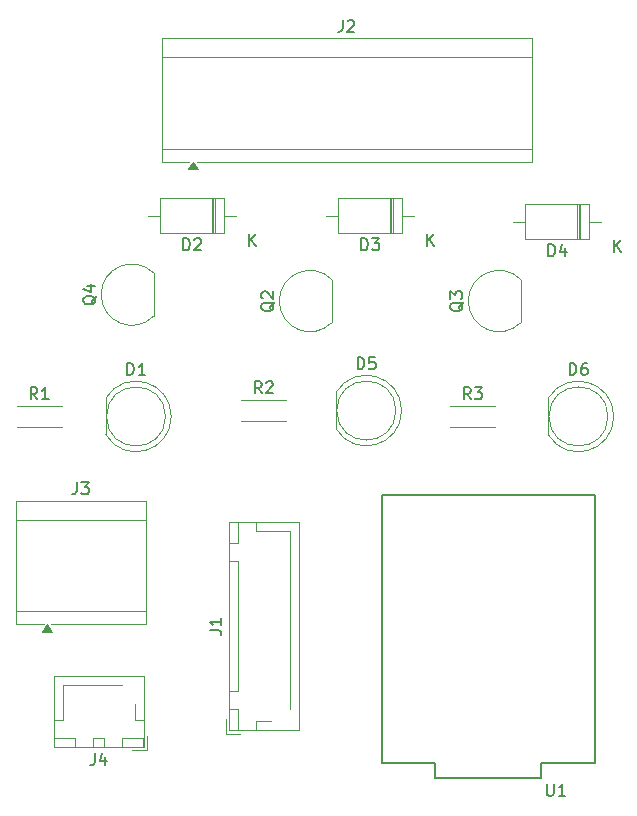
<source format=gbr>
%TF.GenerationSoftware,KiCad,Pcbnew,9.0.1-9.0.1-0~ubuntu24.04.1*%
%TF.CreationDate,2025-04-02T18:15:36+02:00*%
%TF.ProjectId,starter,73746172-7465-4722-9e6b-696361645f70,rev?*%
%TF.SameCoordinates,Original*%
%TF.FileFunction,Legend,Top*%
%TF.FilePolarity,Positive*%
%FSLAX46Y46*%
G04 Gerber Fmt 4.6, Leading zero omitted, Abs format (unit mm)*
G04 Created by KiCad (PCBNEW 9.0.1-9.0.1-0~ubuntu24.04.1) date 2025-04-02 18:15:36*
%MOMM*%
%LPD*%
G01*
G04 APERTURE LIST*
%ADD10C,0.150000*%
%ADD11C,0.120000*%
%ADD12C,0.127000*%
G04 APERTURE END LIST*
D10*
X93350057Y-74095238D02*
X93302438Y-74190476D01*
X93302438Y-74190476D02*
X93207200Y-74285714D01*
X93207200Y-74285714D02*
X93064342Y-74428571D01*
X93064342Y-74428571D02*
X93016723Y-74523809D01*
X93016723Y-74523809D02*
X93016723Y-74619047D01*
X93254819Y-74571428D02*
X93207200Y-74666666D01*
X93207200Y-74666666D02*
X93111961Y-74761904D01*
X93111961Y-74761904D02*
X92921485Y-74809523D01*
X92921485Y-74809523D02*
X92588152Y-74809523D01*
X92588152Y-74809523D02*
X92397676Y-74761904D01*
X92397676Y-74761904D02*
X92302438Y-74666666D01*
X92302438Y-74666666D02*
X92254819Y-74571428D01*
X92254819Y-74571428D02*
X92254819Y-74380952D01*
X92254819Y-74380952D02*
X92302438Y-74285714D01*
X92302438Y-74285714D02*
X92397676Y-74190476D01*
X92397676Y-74190476D02*
X92588152Y-74142857D01*
X92588152Y-74142857D02*
X92921485Y-74142857D01*
X92921485Y-74142857D02*
X93111961Y-74190476D01*
X93111961Y-74190476D02*
X93207200Y-74285714D01*
X93207200Y-74285714D02*
X93254819Y-74380952D01*
X93254819Y-74380952D02*
X93254819Y-74571428D01*
X92588152Y-73285714D02*
X93254819Y-73285714D01*
X92207200Y-73523809D02*
X92921485Y-73761904D01*
X92921485Y-73761904D02*
X92921485Y-73142857D01*
X102944819Y-102399583D02*
X103659104Y-102399583D01*
X103659104Y-102399583D02*
X103801961Y-102447202D01*
X103801961Y-102447202D02*
X103897200Y-102542440D01*
X103897200Y-102542440D02*
X103944819Y-102685297D01*
X103944819Y-102685297D02*
X103944819Y-102780535D01*
X103944819Y-101399583D02*
X103944819Y-101971011D01*
X103944819Y-101685297D02*
X102944819Y-101685297D01*
X102944819Y-101685297D02*
X103087676Y-101780535D01*
X103087676Y-101780535D02*
X103182914Y-101875773D01*
X103182914Y-101875773D02*
X103230533Y-101971011D01*
X95971905Y-80811069D02*
X95971905Y-79811069D01*
X95971905Y-79811069D02*
X96210000Y-79811069D01*
X96210000Y-79811069D02*
X96352857Y-79858688D01*
X96352857Y-79858688D02*
X96448095Y-79953926D01*
X96448095Y-79953926D02*
X96495714Y-80049164D01*
X96495714Y-80049164D02*
X96543333Y-80239640D01*
X96543333Y-80239640D02*
X96543333Y-80382497D01*
X96543333Y-80382497D02*
X96495714Y-80572973D01*
X96495714Y-80572973D02*
X96448095Y-80668211D01*
X96448095Y-80668211D02*
X96352857Y-80763450D01*
X96352857Y-80763450D02*
X96210000Y-80811069D01*
X96210000Y-80811069D02*
X95971905Y-80811069D01*
X97495714Y-80811069D02*
X96924286Y-80811069D01*
X97210000Y-80811069D02*
X97210000Y-79811069D01*
X97210000Y-79811069D02*
X97114762Y-79953926D01*
X97114762Y-79953926D02*
X97019524Y-80049164D01*
X97019524Y-80049164D02*
X96924286Y-80096783D01*
X131493095Y-115423569D02*
X131493095Y-116233092D01*
X131493095Y-116233092D02*
X131540714Y-116328330D01*
X131540714Y-116328330D02*
X131588333Y-116375950D01*
X131588333Y-116375950D02*
X131683571Y-116423569D01*
X131683571Y-116423569D02*
X131874047Y-116423569D01*
X131874047Y-116423569D02*
X131969285Y-116375950D01*
X131969285Y-116375950D02*
X132016904Y-116328330D01*
X132016904Y-116328330D02*
X132064523Y-116233092D01*
X132064523Y-116233092D02*
X132064523Y-115423569D01*
X133064523Y-116423569D02*
X132493095Y-116423569D01*
X132778809Y-116423569D02*
X132778809Y-115423569D01*
X132778809Y-115423569D02*
X132683571Y-115566426D01*
X132683571Y-115566426D02*
X132588333Y-115661664D01*
X132588333Y-115661664D02*
X132493095Y-115709283D01*
X115471905Y-80311069D02*
X115471905Y-79311069D01*
X115471905Y-79311069D02*
X115710000Y-79311069D01*
X115710000Y-79311069D02*
X115852857Y-79358688D01*
X115852857Y-79358688D02*
X115948095Y-79453926D01*
X115948095Y-79453926D02*
X115995714Y-79549164D01*
X115995714Y-79549164D02*
X116043333Y-79739640D01*
X116043333Y-79739640D02*
X116043333Y-79882497D01*
X116043333Y-79882497D02*
X115995714Y-80072973D01*
X115995714Y-80072973D02*
X115948095Y-80168211D01*
X115948095Y-80168211D02*
X115852857Y-80263450D01*
X115852857Y-80263450D02*
X115710000Y-80311069D01*
X115710000Y-80311069D02*
X115471905Y-80311069D01*
X116948095Y-79311069D02*
X116471905Y-79311069D01*
X116471905Y-79311069D02*
X116424286Y-79787259D01*
X116424286Y-79787259D02*
X116471905Y-79739640D01*
X116471905Y-79739640D02*
X116567143Y-79692021D01*
X116567143Y-79692021D02*
X116805238Y-79692021D01*
X116805238Y-79692021D02*
X116900476Y-79739640D01*
X116900476Y-79739640D02*
X116948095Y-79787259D01*
X116948095Y-79787259D02*
X116995714Y-79882497D01*
X116995714Y-79882497D02*
X116995714Y-80120592D01*
X116995714Y-80120592D02*
X116948095Y-80215830D01*
X116948095Y-80215830D02*
X116900476Y-80263450D01*
X116900476Y-80263450D02*
X116805238Y-80311069D01*
X116805238Y-80311069D02*
X116567143Y-80311069D01*
X116567143Y-80311069D02*
X116471905Y-80263450D01*
X116471905Y-80263450D02*
X116424286Y-80215830D01*
X93206666Y-112846069D02*
X93206666Y-113560354D01*
X93206666Y-113560354D02*
X93159047Y-113703211D01*
X93159047Y-113703211D02*
X93063809Y-113798450D01*
X93063809Y-113798450D02*
X92920952Y-113846069D01*
X92920952Y-113846069D02*
X92825714Y-113846069D01*
X94111428Y-113179402D02*
X94111428Y-113846069D01*
X93873333Y-112798450D02*
X93635238Y-113512735D01*
X93635238Y-113512735D02*
X94254285Y-113512735D01*
X88353333Y-82851069D02*
X88020000Y-82374878D01*
X87781905Y-82851069D02*
X87781905Y-81851069D01*
X87781905Y-81851069D02*
X88162857Y-81851069D01*
X88162857Y-81851069D02*
X88258095Y-81898688D01*
X88258095Y-81898688D02*
X88305714Y-81946307D01*
X88305714Y-81946307D02*
X88353333Y-82041545D01*
X88353333Y-82041545D02*
X88353333Y-82184402D01*
X88353333Y-82184402D02*
X88305714Y-82279640D01*
X88305714Y-82279640D02*
X88258095Y-82327259D01*
X88258095Y-82327259D02*
X88162857Y-82374878D01*
X88162857Y-82374878D02*
X87781905Y-82374878D01*
X89305714Y-82851069D02*
X88734286Y-82851069D01*
X89020000Y-82851069D02*
X89020000Y-81851069D01*
X89020000Y-81851069D02*
X88924762Y-81993926D01*
X88924762Y-81993926D02*
X88829524Y-82089164D01*
X88829524Y-82089164D02*
X88734286Y-82136783D01*
X115781905Y-70241069D02*
X115781905Y-69241069D01*
X115781905Y-69241069D02*
X116020000Y-69241069D01*
X116020000Y-69241069D02*
X116162857Y-69288688D01*
X116162857Y-69288688D02*
X116258095Y-69383926D01*
X116258095Y-69383926D02*
X116305714Y-69479164D01*
X116305714Y-69479164D02*
X116353333Y-69669640D01*
X116353333Y-69669640D02*
X116353333Y-69812497D01*
X116353333Y-69812497D02*
X116305714Y-70002973D01*
X116305714Y-70002973D02*
X116258095Y-70098211D01*
X116258095Y-70098211D02*
X116162857Y-70193450D01*
X116162857Y-70193450D02*
X116020000Y-70241069D01*
X116020000Y-70241069D02*
X115781905Y-70241069D01*
X116686667Y-69241069D02*
X117305714Y-69241069D01*
X117305714Y-69241069D02*
X116972381Y-69622021D01*
X116972381Y-69622021D02*
X117115238Y-69622021D01*
X117115238Y-69622021D02*
X117210476Y-69669640D01*
X117210476Y-69669640D02*
X117258095Y-69717259D01*
X117258095Y-69717259D02*
X117305714Y-69812497D01*
X117305714Y-69812497D02*
X117305714Y-70050592D01*
X117305714Y-70050592D02*
X117258095Y-70145830D01*
X117258095Y-70145830D02*
X117210476Y-70193450D01*
X117210476Y-70193450D02*
X117115238Y-70241069D01*
X117115238Y-70241069D02*
X116829524Y-70241069D01*
X116829524Y-70241069D02*
X116734286Y-70193450D01*
X116734286Y-70193450D02*
X116686667Y-70145830D01*
X121338095Y-69871069D02*
X121338095Y-68871069D01*
X121909523Y-69871069D02*
X121480952Y-69299640D01*
X121909523Y-68871069D02*
X121338095Y-69442497D01*
X114206666Y-50751069D02*
X114206666Y-51465354D01*
X114206666Y-51465354D02*
X114159047Y-51608211D01*
X114159047Y-51608211D02*
X114063809Y-51703450D01*
X114063809Y-51703450D02*
X113920952Y-51751069D01*
X113920952Y-51751069D02*
X113825714Y-51751069D01*
X114635238Y-50846307D02*
X114682857Y-50798688D01*
X114682857Y-50798688D02*
X114778095Y-50751069D01*
X114778095Y-50751069D02*
X115016190Y-50751069D01*
X115016190Y-50751069D02*
X115111428Y-50798688D01*
X115111428Y-50798688D02*
X115159047Y-50846307D01*
X115159047Y-50846307D02*
X115206666Y-50941545D01*
X115206666Y-50941545D02*
X115206666Y-51036783D01*
X115206666Y-51036783D02*
X115159047Y-51179640D01*
X115159047Y-51179640D02*
X114587619Y-51751069D01*
X114587619Y-51751069D02*
X115206666Y-51751069D01*
X124430057Y-74641488D02*
X124382438Y-74736726D01*
X124382438Y-74736726D02*
X124287200Y-74831964D01*
X124287200Y-74831964D02*
X124144342Y-74974821D01*
X124144342Y-74974821D02*
X124096723Y-75070059D01*
X124096723Y-75070059D02*
X124096723Y-75165297D01*
X124334819Y-75117678D02*
X124287200Y-75212916D01*
X124287200Y-75212916D02*
X124191961Y-75308154D01*
X124191961Y-75308154D02*
X124001485Y-75355773D01*
X124001485Y-75355773D02*
X123668152Y-75355773D01*
X123668152Y-75355773D02*
X123477676Y-75308154D01*
X123477676Y-75308154D02*
X123382438Y-75212916D01*
X123382438Y-75212916D02*
X123334819Y-75117678D01*
X123334819Y-75117678D02*
X123334819Y-74927202D01*
X123334819Y-74927202D02*
X123382438Y-74831964D01*
X123382438Y-74831964D02*
X123477676Y-74736726D01*
X123477676Y-74736726D02*
X123668152Y-74689107D01*
X123668152Y-74689107D02*
X124001485Y-74689107D01*
X124001485Y-74689107D02*
X124191961Y-74736726D01*
X124191961Y-74736726D02*
X124287200Y-74831964D01*
X124287200Y-74831964D02*
X124334819Y-74927202D01*
X124334819Y-74927202D02*
X124334819Y-75117678D01*
X123334819Y-74355773D02*
X123334819Y-73736726D01*
X123334819Y-73736726D02*
X123715771Y-74070059D01*
X123715771Y-74070059D02*
X123715771Y-73927202D01*
X123715771Y-73927202D02*
X123763390Y-73831964D01*
X123763390Y-73831964D02*
X123811009Y-73784345D01*
X123811009Y-73784345D02*
X123906247Y-73736726D01*
X123906247Y-73736726D02*
X124144342Y-73736726D01*
X124144342Y-73736726D02*
X124239580Y-73784345D01*
X124239580Y-73784345D02*
X124287200Y-73831964D01*
X124287200Y-73831964D02*
X124334819Y-73927202D01*
X124334819Y-73927202D02*
X124334819Y-74212916D01*
X124334819Y-74212916D02*
X124287200Y-74308154D01*
X124287200Y-74308154D02*
X124239580Y-74355773D01*
X131621905Y-70741069D02*
X131621905Y-69741069D01*
X131621905Y-69741069D02*
X131860000Y-69741069D01*
X131860000Y-69741069D02*
X132002857Y-69788688D01*
X132002857Y-69788688D02*
X132098095Y-69883926D01*
X132098095Y-69883926D02*
X132145714Y-69979164D01*
X132145714Y-69979164D02*
X132193333Y-70169640D01*
X132193333Y-70169640D02*
X132193333Y-70312497D01*
X132193333Y-70312497D02*
X132145714Y-70502973D01*
X132145714Y-70502973D02*
X132098095Y-70598211D01*
X132098095Y-70598211D02*
X132002857Y-70693450D01*
X132002857Y-70693450D02*
X131860000Y-70741069D01*
X131860000Y-70741069D02*
X131621905Y-70741069D01*
X133050476Y-70074402D02*
X133050476Y-70741069D01*
X132812381Y-69693450D02*
X132574286Y-70407735D01*
X132574286Y-70407735D02*
X133193333Y-70407735D01*
X137178095Y-70371069D02*
X137178095Y-69371069D01*
X137749523Y-70371069D02*
X137320952Y-69799640D01*
X137749523Y-69371069D02*
X137178095Y-69942497D01*
X125048333Y-82851069D02*
X124715000Y-82374878D01*
X124476905Y-82851069D02*
X124476905Y-81851069D01*
X124476905Y-81851069D02*
X124857857Y-81851069D01*
X124857857Y-81851069D02*
X124953095Y-81898688D01*
X124953095Y-81898688D02*
X125000714Y-81946307D01*
X125000714Y-81946307D02*
X125048333Y-82041545D01*
X125048333Y-82041545D02*
X125048333Y-82184402D01*
X125048333Y-82184402D02*
X125000714Y-82279640D01*
X125000714Y-82279640D02*
X124953095Y-82327259D01*
X124953095Y-82327259D02*
X124857857Y-82374878D01*
X124857857Y-82374878D02*
X124476905Y-82374878D01*
X125381667Y-81851069D02*
X126000714Y-81851069D01*
X126000714Y-81851069D02*
X125667381Y-82232021D01*
X125667381Y-82232021D02*
X125810238Y-82232021D01*
X125810238Y-82232021D02*
X125905476Y-82279640D01*
X125905476Y-82279640D02*
X125953095Y-82327259D01*
X125953095Y-82327259D02*
X126000714Y-82422497D01*
X126000714Y-82422497D02*
X126000714Y-82660592D01*
X126000714Y-82660592D02*
X125953095Y-82755830D01*
X125953095Y-82755830D02*
X125905476Y-82803450D01*
X125905476Y-82803450D02*
X125810238Y-82851069D01*
X125810238Y-82851069D02*
X125524524Y-82851069D01*
X125524524Y-82851069D02*
X125429286Y-82803450D01*
X125429286Y-82803450D02*
X125381667Y-82755830D01*
X91706666Y-89893569D02*
X91706666Y-90607854D01*
X91706666Y-90607854D02*
X91659047Y-90750711D01*
X91659047Y-90750711D02*
X91563809Y-90845950D01*
X91563809Y-90845950D02*
X91420952Y-90893569D01*
X91420952Y-90893569D02*
X91325714Y-90893569D01*
X92087619Y-89893569D02*
X92706666Y-89893569D01*
X92706666Y-89893569D02*
X92373333Y-90274521D01*
X92373333Y-90274521D02*
X92516190Y-90274521D01*
X92516190Y-90274521D02*
X92611428Y-90322140D01*
X92611428Y-90322140D02*
X92659047Y-90369759D01*
X92659047Y-90369759D02*
X92706666Y-90464997D01*
X92706666Y-90464997D02*
X92706666Y-90703092D01*
X92706666Y-90703092D02*
X92659047Y-90798330D01*
X92659047Y-90798330D02*
X92611428Y-90845950D01*
X92611428Y-90845950D02*
X92516190Y-90893569D01*
X92516190Y-90893569D02*
X92230476Y-90893569D01*
X92230476Y-90893569D02*
X92135238Y-90845950D01*
X92135238Y-90845950D02*
X92087619Y-90798330D01*
X100701905Y-70241069D02*
X100701905Y-69241069D01*
X100701905Y-69241069D02*
X100940000Y-69241069D01*
X100940000Y-69241069D02*
X101082857Y-69288688D01*
X101082857Y-69288688D02*
X101178095Y-69383926D01*
X101178095Y-69383926D02*
X101225714Y-69479164D01*
X101225714Y-69479164D02*
X101273333Y-69669640D01*
X101273333Y-69669640D02*
X101273333Y-69812497D01*
X101273333Y-69812497D02*
X101225714Y-70002973D01*
X101225714Y-70002973D02*
X101178095Y-70098211D01*
X101178095Y-70098211D02*
X101082857Y-70193450D01*
X101082857Y-70193450D02*
X100940000Y-70241069D01*
X100940000Y-70241069D02*
X100701905Y-70241069D01*
X101654286Y-69336307D02*
X101701905Y-69288688D01*
X101701905Y-69288688D02*
X101797143Y-69241069D01*
X101797143Y-69241069D02*
X102035238Y-69241069D01*
X102035238Y-69241069D02*
X102130476Y-69288688D01*
X102130476Y-69288688D02*
X102178095Y-69336307D01*
X102178095Y-69336307D02*
X102225714Y-69431545D01*
X102225714Y-69431545D02*
X102225714Y-69526783D01*
X102225714Y-69526783D02*
X102178095Y-69669640D01*
X102178095Y-69669640D02*
X101606667Y-70241069D01*
X101606667Y-70241069D02*
X102225714Y-70241069D01*
X106258095Y-69871069D02*
X106258095Y-68871069D01*
X106829523Y-69871069D02*
X106400952Y-69299640D01*
X106829523Y-68871069D02*
X106258095Y-69442497D01*
X133431905Y-80811069D02*
X133431905Y-79811069D01*
X133431905Y-79811069D02*
X133670000Y-79811069D01*
X133670000Y-79811069D02*
X133812857Y-79858688D01*
X133812857Y-79858688D02*
X133908095Y-79953926D01*
X133908095Y-79953926D02*
X133955714Y-80049164D01*
X133955714Y-80049164D02*
X134003333Y-80239640D01*
X134003333Y-80239640D02*
X134003333Y-80382497D01*
X134003333Y-80382497D02*
X133955714Y-80572973D01*
X133955714Y-80572973D02*
X133908095Y-80668211D01*
X133908095Y-80668211D02*
X133812857Y-80763450D01*
X133812857Y-80763450D02*
X133670000Y-80811069D01*
X133670000Y-80811069D02*
X133431905Y-80811069D01*
X134860476Y-79811069D02*
X134670000Y-79811069D01*
X134670000Y-79811069D02*
X134574762Y-79858688D01*
X134574762Y-79858688D02*
X134527143Y-79906307D01*
X134527143Y-79906307D02*
X134431905Y-80049164D01*
X134431905Y-80049164D02*
X134384286Y-80239640D01*
X134384286Y-80239640D02*
X134384286Y-80620592D01*
X134384286Y-80620592D02*
X134431905Y-80715830D01*
X134431905Y-80715830D02*
X134479524Y-80763450D01*
X134479524Y-80763450D02*
X134574762Y-80811069D01*
X134574762Y-80811069D02*
X134765238Y-80811069D01*
X134765238Y-80811069D02*
X134860476Y-80763450D01*
X134860476Y-80763450D02*
X134908095Y-80715830D01*
X134908095Y-80715830D02*
X134955714Y-80620592D01*
X134955714Y-80620592D02*
X134955714Y-80382497D01*
X134955714Y-80382497D02*
X134908095Y-80287259D01*
X134908095Y-80287259D02*
X134860476Y-80239640D01*
X134860476Y-80239640D02*
X134765238Y-80192021D01*
X134765238Y-80192021D02*
X134574762Y-80192021D01*
X134574762Y-80192021D02*
X134479524Y-80239640D01*
X134479524Y-80239640D02*
X134431905Y-80287259D01*
X134431905Y-80287259D02*
X134384286Y-80382497D01*
X108430057Y-74641488D02*
X108382438Y-74736726D01*
X108382438Y-74736726D02*
X108287200Y-74831964D01*
X108287200Y-74831964D02*
X108144342Y-74974821D01*
X108144342Y-74974821D02*
X108096723Y-75070059D01*
X108096723Y-75070059D02*
X108096723Y-75165297D01*
X108334819Y-75117678D02*
X108287200Y-75212916D01*
X108287200Y-75212916D02*
X108191961Y-75308154D01*
X108191961Y-75308154D02*
X108001485Y-75355773D01*
X108001485Y-75355773D02*
X107668152Y-75355773D01*
X107668152Y-75355773D02*
X107477676Y-75308154D01*
X107477676Y-75308154D02*
X107382438Y-75212916D01*
X107382438Y-75212916D02*
X107334819Y-75117678D01*
X107334819Y-75117678D02*
X107334819Y-74927202D01*
X107334819Y-74927202D02*
X107382438Y-74831964D01*
X107382438Y-74831964D02*
X107477676Y-74736726D01*
X107477676Y-74736726D02*
X107668152Y-74689107D01*
X107668152Y-74689107D02*
X108001485Y-74689107D01*
X108001485Y-74689107D02*
X108191961Y-74736726D01*
X108191961Y-74736726D02*
X108287200Y-74831964D01*
X108287200Y-74831964D02*
X108334819Y-74927202D01*
X108334819Y-74927202D02*
X108334819Y-75117678D01*
X107430057Y-74308154D02*
X107382438Y-74260535D01*
X107382438Y-74260535D02*
X107334819Y-74165297D01*
X107334819Y-74165297D02*
X107334819Y-73927202D01*
X107334819Y-73927202D02*
X107382438Y-73831964D01*
X107382438Y-73831964D02*
X107430057Y-73784345D01*
X107430057Y-73784345D02*
X107525295Y-73736726D01*
X107525295Y-73736726D02*
X107620533Y-73736726D01*
X107620533Y-73736726D02*
X107763390Y-73784345D01*
X107763390Y-73784345D02*
X108334819Y-74355773D01*
X108334819Y-74355773D02*
X108334819Y-73736726D01*
X107353333Y-82351069D02*
X107020000Y-81874878D01*
X106781905Y-82351069D02*
X106781905Y-81351069D01*
X106781905Y-81351069D02*
X107162857Y-81351069D01*
X107162857Y-81351069D02*
X107258095Y-81398688D01*
X107258095Y-81398688D02*
X107305714Y-81446307D01*
X107305714Y-81446307D02*
X107353333Y-81541545D01*
X107353333Y-81541545D02*
X107353333Y-81684402D01*
X107353333Y-81684402D02*
X107305714Y-81779640D01*
X107305714Y-81779640D02*
X107258095Y-81827259D01*
X107258095Y-81827259D02*
X107162857Y-81874878D01*
X107162857Y-81874878D02*
X106781905Y-81874878D01*
X107734286Y-81446307D02*
X107781905Y-81398688D01*
X107781905Y-81398688D02*
X107877143Y-81351069D01*
X107877143Y-81351069D02*
X108115238Y-81351069D01*
X108115238Y-81351069D02*
X108210476Y-81398688D01*
X108210476Y-81398688D02*
X108258095Y-81446307D01*
X108258095Y-81446307D02*
X108305714Y-81541545D01*
X108305714Y-81541545D02*
X108305714Y-81636783D01*
X108305714Y-81636783D02*
X108258095Y-81779640D01*
X108258095Y-81779640D02*
X107686667Y-82351069D01*
X107686667Y-82351069D02*
X108305714Y-82351069D01*
D11*
%TO.C,Q4*%
X98210000Y-75800000D02*
X98210000Y-72200000D01*
X98198478Y-75838478D02*
G75*
G02*
X93759999Y-74000000I-1838478J1838478D01*
G01*
X93760000Y-74000000D02*
G75*
G02*
X98198478Y-72161522I2600000J0D01*
G01*
%TO.C,J1*%
X110550000Y-110876250D02*
X110550000Y-93256250D01*
X110550000Y-93256250D02*
X104580000Y-93256250D01*
X109790000Y-102066250D02*
X109790000Y-109056250D01*
X109790000Y-94016250D02*
X109790000Y-102066250D01*
X106840000Y-110866250D02*
X106840000Y-110116250D01*
X106840000Y-110116250D02*
X108180000Y-110116250D01*
X106840000Y-94016250D02*
X109790000Y-94016250D01*
X106840000Y-93266250D02*
X106840000Y-94016250D01*
X105340000Y-110866250D02*
X105340000Y-109066250D01*
X105340000Y-109066250D02*
X104590000Y-109066250D01*
X105340000Y-107566250D02*
X105340000Y-96566250D01*
X105340000Y-96566250D02*
X104590000Y-96566250D01*
X105340000Y-95066250D02*
X105340000Y-93266250D01*
X105340000Y-93266250D02*
X104590000Y-93266250D01*
X104590000Y-110866250D02*
X105340000Y-110866250D01*
X104590000Y-109066250D02*
X104590000Y-110866250D01*
X104590000Y-107566250D02*
X105340000Y-107566250D01*
X104590000Y-96566250D02*
X104590000Y-107566250D01*
X104590000Y-95066250D02*
X105340000Y-95066250D01*
X104590000Y-93266250D02*
X104590000Y-95066250D01*
X104580000Y-110876250D02*
X110550000Y-110876250D01*
X104580000Y-93256250D02*
X104580000Y-110876250D01*
X104290000Y-111166250D02*
X105540000Y-111166250D01*
X104290000Y-109916250D02*
X104290000Y-111166250D01*
%TO.C,D1*%
X94150000Y-82771250D02*
X94150000Y-85861250D01*
X94150000Y-82771420D02*
G75*
G02*
X99700000Y-84316202I2560000J-1544830D01*
G01*
X99700000Y-84316298D02*
G75*
G02*
X94150000Y-85861080I-2990000J48D01*
G01*
X99210000Y-84316250D02*
G75*
G02*
X94210000Y-84316250I-2500000J0D01*
G01*
X94210000Y-84316250D02*
G75*
G02*
X99210000Y-84316250I2500000J0D01*
G01*
D12*
%TO.C,U1*%
X117540000Y-90966250D02*
X117540000Y-113666250D01*
X117540000Y-90966250D02*
X135540000Y-90966250D01*
X117540000Y-113666250D02*
X122040000Y-113666250D01*
X122040000Y-114966250D02*
X122040000Y-113666250D01*
X122040000Y-114966250D02*
X131040000Y-114966250D01*
X131040000Y-113666250D02*
X135540000Y-113666250D01*
X131040000Y-114966250D02*
X131040000Y-113666250D01*
X135540000Y-90966250D02*
X135540000Y-113666250D01*
D11*
%TO.C,D5*%
X113650000Y-82271250D02*
X113650000Y-85361250D01*
X113650000Y-82271420D02*
G75*
G02*
X119200000Y-83816202I2560000J-1544830D01*
G01*
X119200000Y-83816298D02*
G75*
G02*
X113650000Y-85361080I-2990000J48D01*
G01*
X118710000Y-83816250D02*
G75*
G02*
X113710000Y-83816250I-2500000J0D01*
G01*
X113710000Y-83816250D02*
G75*
G02*
X118710000Y-83816250I2500000J0D01*
G01*
%TO.C,J4*%
X89730000Y-106331250D02*
X89730000Y-112301250D01*
X89730000Y-112301250D02*
X97350000Y-112301250D01*
X89740000Y-110041250D02*
X90490000Y-110041250D01*
X89740000Y-111541250D02*
X89740000Y-112291250D01*
X89740000Y-112291250D02*
X91540000Y-112291250D01*
X90490000Y-107091250D02*
X93540000Y-107091250D01*
X90490000Y-110041250D02*
X90490000Y-107091250D01*
X91540000Y-111541250D02*
X89740000Y-111541250D01*
X91540000Y-112291250D02*
X91540000Y-111541250D01*
X93040000Y-111541250D02*
X93040000Y-112291250D01*
X93040000Y-112291250D02*
X94040000Y-112291250D01*
X93540000Y-107091250D02*
X95530000Y-107091250D01*
X94040000Y-111541250D02*
X93040000Y-111541250D01*
X94040000Y-112291250D02*
X94040000Y-111541250D01*
X95540000Y-111541250D02*
X95540000Y-112291250D01*
X95540000Y-112291250D02*
X97340000Y-112291250D01*
X96390000Y-112591250D02*
X97640000Y-112591250D01*
X96590000Y-110041250D02*
X96590000Y-108701250D01*
X97340000Y-110041250D02*
X96590000Y-110041250D01*
X97340000Y-111541250D02*
X95540000Y-111541250D01*
X97340000Y-112291250D02*
X97340000Y-111541250D01*
X97350000Y-106331250D02*
X89730000Y-106331250D01*
X97350000Y-112301250D02*
X97350000Y-106331250D01*
X97640000Y-112591250D02*
X97640000Y-111341250D01*
%TO.C,R1*%
X86600000Y-83396250D02*
X90440000Y-83396250D01*
X86600000Y-85236250D02*
X90440000Y-85236250D01*
%TO.C,D3*%
X112780000Y-67316250D02*
X113800000Y-67316250D01*
X113800000Y-65846250D02*
X113800000Y-68786250D01*
X113800000Y-68786250D02*
X119240000Y-68786250D01*
X118220000Y-68786250D02*
X118220000Y-65846250D01*
X118340000Y-68786250D02*
X118340000Y-65846250D01*
X118460000Y-68786250D02*
X118460000Y-65846250D01*
X119240000Y-65846250D02*
X113800000Y-65846250D01*
X119240000Y-68786250D02*
X119240000Y-65846250D01*
X120260000Y-67316250D02*
X119240000Y-67316250D01*
%TO.C,J2*%
X98880000Y-52296250D02*
X98880000Y-62786250D01*
X98880000Y-52296250D02*
X130200000Y-52296250D01*
X98880000Y-53916250D02*
X130200000Y-53916250D01*
X98880000Y-61666250D02*
X130200000Y-61666250D01*
X98880000Y-62786250D02*
X101240000Y-62786250D01*
X101840000Y-62786250D02*
X130200000Y-62786250D01*
X130200000Y-52296250D02*
X130200000Y-62786250D01*
X101980000Y-63396250D02*
X101100000Y-63396250D01*
X101540000Y-62786250D01*
X101980000Y-63396250D01*
G36*
X101980000Y-63396250D02*
G01*
X101100000Y-63396250D01*
X101540000Y-62786250D01*
X101980000Y-63396250D01*
G37*
%TO.C,Q3*%
X129290000Y-76346250D02*
X129290000Y-72746250D01*
X124840000Y-74546250D02*
G75*
G02*
X129278478Y-72707772I2600000J0D01*
G01*
X129278478Y-76384728D02*
G75*
G02*
X124839999Y-74546250I-1838478J1838478D01*
G01*
%TO.C,D4*%
X128620000Y-67816250D02*
X129640000Y-67816250D01*
X129640000Y-66346250D02*
X129640000Y-69286250D01*
X129640000Y-69286250D02*
X135080000Y-69286250D01*
X134060000Y-69286250D02*
X134060000Y-66346250D01*
X134180000Y-69286250D02*
X134180000Y-66346250D01*
X134300000Y-69286250D02*
X134300000Y-66346250D01*
X135080000Y-66346250D02*
X129640000Y-66346250D01*
X135080000Y-69286250D02*
X135080000Y-66346250D01*
X136100000Y-67816250D02*
X135080000Y-67816250D01*
%TO.C,R3*%
X123295000Y-83396250D02*
X127135000Y-83396250D01*
X123295000Y-85236250D02*
X127135000Y-85236250D01*
%TO.C,J3*%
X86540000Y-91438750D02*
X86540000Y-101928750D01*
X86540000Y-91438750D02*
X97540000Y-91438750D01*
X86540000Y-93058750D02*
X97540000Y-93058750D01*
X86540000Y-100808750D02*
X97540000Y-100808750D01*
X86540000Y-101928750D02*
X88900000Y-101928750D01*
X89500000Y-101928750D02*
X97540000Y-101928750D01*
X97540000Y-91438750D02*
X97540000Y-101928750D01*
X89640000Y-102538750D02*
X88760000Y-102538750D01*
X89200000Y-101928750D01*
X89640000Y-102538750D01*
G36*
X89640000Y-102538750D02*
G01*
X88760000Y-102538750D01*
X89200000Y-101928750D01*
X89640000Y-102538750D01*
G37*
%TO.C,D2*%
X97700000Y-67316250D02*
X98720000Y-67316250D01*
X98720000Y-65846250D02*
X98720000Y-68786250D01*
X98720000Y-68786250D02*
X104160000Y-68786250D01*
X103140000Y-68786250D02*
X103140000Y-65846250D01*
X103260000Y-68786250D02*
X103260000Y-65846250D01*
X103380000Y-68786250D02*
X103380000Y-65846250D01*
X104160000Y-65846250D02*
X98720000Y-65846250D01*
X104160000Y-68786250D02*
X104160000Y-65846250D01*
X105180000Y-67316250D02*
X104160000Y-67316250D01*
%TO.C,D6*%
X131610000Y-82771250D02*
X131610000Y-85861250D01*
X131610000Y-82771420D02*
G75*
G02*
X137160000Y-84316202I2560000J-1544830D01*
G01*
X137160000Y-84316298D02*
G75*
G02*
X131610000Y-85861080I-2990000J48D01*
G01*
X136670000Y-84316250D02*
G75*
G02*
X131670000Y-84316250I-2500000J0D01*
G01*
X131670000Y-84316250D02*
G75*
G02*
X136670000Y-84316250I2500000J0D01*
G01*
%TO.C,Q2*%
X113290000Y-76346250D02*
X113290000Y-72746250D01*
X108840000Y-74546250D02*
G75*
G02*
X113278478Y-72707772I2600000J0D01*
G01*
X113278478Y-76384728D02*
G75*
G02*
X108839999Y-74546250I-1838478J1838478D01*
G01*
%TO.C,R2*%
X105600000Y-82896250D02*
X109440000Y-82896250D01*
X105600000Y-84736250D02*
X109440000Y-84736250D01*
%TD*%
M02*

</source>
